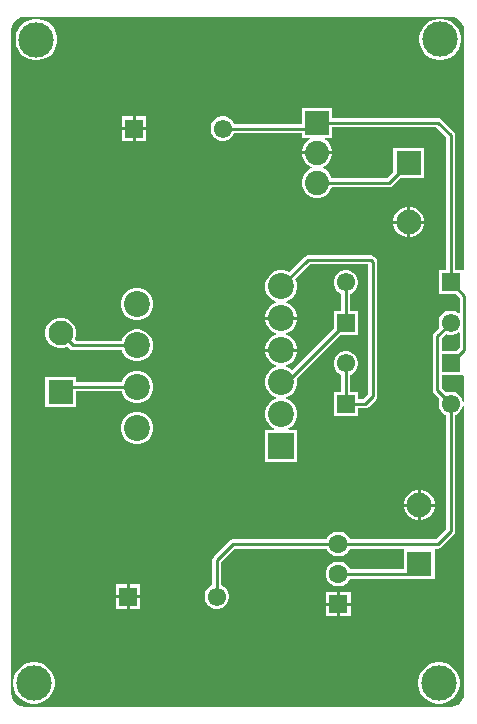
<source format=gtl>
G04*
G04 #@! TF.GenerationSoftware,Altium Limited,Altium Designer,24.5.2 (23)*
G04*
G04 Layer_Physical_Order=1*
G04 Layer_Color=255*
%FSLAX44Y44*%
%MOMM*%
G71*
G04*
G04 #@! TF.SameCoordinates,E433FD67-1584-4B15-B20B-D7A4E77B4FCA*
G04*
G04*
G04 #@! TF.FilePolarity,Positive*
G04*
G01*
G75*
%ADD15C,0.2540*%
%ADD19C,1.5500*%
%ADD20R,1.5500X1.5500*%
%ADD23C,2.0500*%
%ADD24R,2.0500X2.0500*%
%ADD27R,2.1000X2.1000*%
%ADD28C,2.1000*%
%ADD29C,3.0000*%
%ADD30R,2.2000X2.2000*%
%ADD31C,2.2000*%
%ADD32R,1.6000X1.6000*%
%ADD33C,1.6000*%
G36*
X1648871Y1058762D02*
X1651620Y1057623D01*
X1653981Y1055811D01*
X1655793Y1053450D01*
X1656932Y1050701D01*
X1657303Y1047887D01*
X1657275Y1047750D01*
Y845053D01*
X1656160Y844680D01*
Y844680D01*
X1649755D01*
Y958900D01*
X1649459Y960387D01*
X1648617Y961647D01*
X1637947Y972317D01*
X1636687Y973159D01*
X1635200Y973455D01*
X1545680D01*
Y982360D01*
X1520100D01*
Y968475D01*
X1462492D01*
X1462469Y968562D01*
X1461114Y970908D01*
X1459198Y972824D01*
X1456852Y974179D01*
X1454235Y974880D01*
X1451525D01*
X1448908Y974179D01*
X1446562Y972824D01*
X1444646Y970908D01*
X1443291Y968562D01*
X1442590Y965945D01*
Y963235D01*
X1443291Y960618D01*
X1444646Y958272D01*
X1446562Y956356D01*
X1448908Y955001D01*
X1451525Y954300D01*
X1454235D01*
X1456852Y955001D01*
X1459198Y956356D01*
X1461114Y958272D01*
X1462469Y960618D01*
X1462492Y960705D01*
X1520100D01*
Y956780D01*
X1526525D01*
X1526865Y955510D01*
X1525037Y954454D01*
X1522655Y952073D01*
X1520972Y949157D01*
X1520100Y945904D01*
Y945490D01*
X1545680D01*
Y945904D01*
X1544808Y949157D01*
X1543125Y952073D01*
X1540743Y954454D01*
X1538915Y955510D01*
X1539255Y956780D01*
X1545680D01*
Y965685D01*
X1633591D01*
X1641985Y957291D01*
Y844680D01*
X1635580D01*
Y824100D01*
X1650666D01*
X1653545Y821221D01*
Y808636D01*
X1652372Y808150D01*
X1652188Y808334D01*
X1649842Y809689D01*
X1647225Y810390D01*
X1644515D01*
X1641898Y809689D01*
X1639552Y808334D01*
X1637636Y806418D01*
X1636281Y804072D01*
X1635580Y801455D01*
Y798745D01*
X1636281Y796128D01*
X1636326Y796050D01*
X1631563Y791287D01*
X1630721Y790027D01*
X1630425Y788540D01*
Y743080D01*
X1630721Y741593D01*
X1631563Y740333D01*
X1636326Y735570D01*
X1636281Y735492D01*
X1635580Y732875D01*
Y730165D01*
X1636281Y727548D01*
X1637636Y725202D01*
X1639552Y723286D01*
X1641898Y721931D01*
X1641985Y721908D01*
Y625129D01*
X1633541Y616685D01*
X1560541D01*
X1560492Y616868D01*
X1559104Y619272D01*
X1557142Y621234D01*
X1554738Y622622D01*
X1552058Y623340D01*
X1549282D01*
X1546602Y622622D01*
X1544198Y621234D01*
X1542236Y619272D01*
X1540848Y616868D01*
X1540799Y616685D01*
X1461160D01*
X1459673Y616389D01*
X1458413Y615547D01*
X1445053Y602187D01*
X1444211Y600927D01*
X1443915Y599440D01*
Y577962D01*
X1443828Y577939D01*
X1441482Y576584D01*
X1439566Y574668D01*
X1438211Y572322D01*
X1437510Y569705D01*
Y566995D01*
X1438211Y564378D01*
X1439566Y562032D01*
X1441482Y560116D01*
X1443828Y558761D01*
X1446445Y558060D01*
X1449155D01*
X1451772Y558761D01*
X1454118Y560116D01*
X1456034Y562032D01*
X1457389Y564378D01*
X1458090Y566995D01*
Y569705D01*
X1457389Y572322D01*
X1456034Y574668D01*
X1454118Y576584D01*
X1451772Y577939D01*
X1451685Y577962D01*
Y597831D01*
X1462769Y608915D01*
X1540799D01*
X1540848Y608732D01*
X1542236Y606328D01*
X1544198Y604366D01*
X1546602Y602978D01*
X1549282Y602260D01*
X1552058D01*
X1554738Y602978D01*
X1557142Y604366D01*
X1559104Y606328D01*
X1560492Y608732D01*
X1560541Y608915D01*
X1604963D01*
X1606210Y608860D01*
X1606210Y607645D01*
Y591285D01*
X1560541D01*
X1560492Y591468D01*
X1559104Y593872D01*
X1557142Y595834D01*
X1554738Y597222D01*
X1552058Y597940D01*
X1549282D01*
X1546602Y597222D01*
X1544198Y595834D01*
X1542236Y593872D01*
X1540848Y591468D01*
X1540130Y588788D01*
Y586012D01*
X1540848Y583332D01*
X1542236Y580928D01*
X1544198Y578966D01*
X1546602Y577578D01*
X1549282Y576860D01*
X1552058D01*
X1554738Y577578D01*
X1557142Y578966D01*
X1559104Y580928D01*
X1560492Y583332D01*
X1560541Y583515D01*
X1606210D01*
Y582780D01*
X1632290D01*
Y607645D01*
X1632290Y608860D01*
X1633537Y608915D01*
X1635150D01*
X1636637Y609211D01*
X1637897Y610053D01*
X1648617Y620773D01*
X1649459Y622033D01*
X1649755Y623520D01*
Y721908D01*
X1649842Y721931D01*
X1652188Y723286D01*
X1654104Y725202D01*
X1655459Y727548D01*
X1656005Y729588D01*
X1657275Y729421D01*
Y486410D01*
X1657303Y486273D01*
X1656932Y483459D01*
X1655793Y480710D01*
X1653981Y478349D01*
X1651620Y476537D01*
X1648871Y475398D01*
X1646057Y475028D01*
X1645920Y475055D01*
X1285240D01*
X1285103Y475028D01*
X1282289Y475398D01*
X1279540Y476537D01*
X1277179Y478349D01*
X1275367Y480710D01*
X1274228Y483459D01*
X1273857Y486273D01*
X1273885Y486410D01*
Y1047750D01*
X1273857Y1047887D01*
X1274228Y1050701D01*
X1275367Y1053450D01*
X1277179Y1055811D01*
X1279540Y1057623D01*
X1282289Y1058762D01*
X1285103Y1059133D01*
X1285240Y1059105D01*
X1645920D01*
X1646057Y1059133D01*
X1648871Y1058762D01*
D02*
G37*
G36*
X1653545Y791564D02*
Y778979D01*
X1650666Y776100D01*
X1638195D01*
Y786931D01*
X1641820Y790556D01*
X1641898Y790511D01*
X1644515Y789810D01*
X1647225D01*
X1649842Y790511D01*
X1652188Y791866D01*
X1652372Y792050D01*
X1653545Y791564D01*
D02*
G37*
G36*
X1656160Y755520D02*
X1657275Y755147D01*
Y733619D01*
X1656005Y733452D01*
X1655459Y735492D01*
X1654104Y737838D01*
X1652188Y739754D01*
X1649842Y741109D01*
X1647225Y741810D01*
X1644515D01*
X1641898Y741109D01*
X1641820Y741064D01*
X1638195Y744689D01*
Y755520D01*
X1656160D01*
Y755520D01*
D02*
G37*
%LPC*%
G36*
X1638623Y1057540D02*
X1635168D01*
X1631779Y1056866D01*
X1628587Y1055544D01*
X1625714Y1053624D01*
X1623271Y1051181D01*
X1621351Y1048308D01*
X1620029Y1045116D01*
X1619355Y1041728D01*
Y1038272D01*
X1620029Y1034884D01*
X1621351Y1031692D01*
X1623271Y1028819D01*
X1625714Y1026376D01*
X1628587Y1024456D01*
X1631779Y1023134D01*
X1635168Y1022460D01*
X1638623D01*
X1642012Y1023134D01*
X1645204Y1024456D01*
X1648076Y1026376D01*
X1650520Y1028819D01*
X1652439Y1031692D01*
X1653761Y1034884D01*
X1654435Y1038272D01*
Y1041728D01*
X1653761Y1045116D01*
X1652439Y1048308D01*
X1650520Y1051181D01*
X1648076Y1053624D01*
X1645204Y1055544D01*
X1642012Y1056866D01*
X1638623Y1057540D01*
D02*
G37*
G36*
X1296788Y1057483D02*
X1293333D01*
X1289944Y1056809D01*
X1286752Y1055487D01*
X1283879Y1053567D01*
X1281436Y1051124D01*
X1279516Y1048251D01*
X1278194Y1045060D01*
X1277520Y1041671D01*
Y1038216D01*
X1278194Y1034827D01*
X1279516Y1031635D01*
X1281436Y1028762D01*
X1283879Y1026319D01*
X1286752Y1024399D01*
X1289944Y1023077D01*
X1293333Y1022403D01*
X1296788D01*
X1300176Y1023077D01*
X1303368Y1024399D01*
X1306241Y1026319D01*
X1308684Y1028762D01*
X1310604Y1031635D01*
X1311926Y1034827D01*
X1312600Y1038216D01*
Y1041671D01*
X1311926Y1045060D01*
X1310604Y1048251D01*
X1308684Y1051124D01*
X1306241Y1053567D01*
X1303368Y1055487D01*
X1300176Y1056809D01*
X1296788Y1057483D01*
D02*
G37*
G36*
X1388170Y974880D02*
X1379150D01*
Y965860D01*
X1388170D01*
Y974880D01*
D02*
G37*
G36*
X1376610D02*
X1367590D01*
Y965860D01*
X1376610D01*
Y974880D01*
D02*
G37*
G36*
X1388170Y963320D02*
X1379150D01*
Y954300D01*
X1388170D01*
Y963320D01*
D02*
G37*
G36*
X1376610D02*
X1367590D01*
Y954300D01*
X1376610D01*
Y963320D01*
D02*
G37*
G36*
X1623400Y948420D02*
X1597320D01*
Y927834D01*
X1592241Y922755D01*
X1545090D01*
X1544808Y923807D01*
X1543125Y926723D01*
X1540743Y929105D01*
X1537827Y930788D01*
X1537373Y930910D01*
Y932180D01*
X1537827Y932302D01*
X1540743Y933985D01*
X1543125Y936367D01*
X1544808Y939283D01*
X1545680Y942536D01*
Y942950D01*
X1520100D01*
Y942536D01*
X1520972Y939283D01*
X1522655Y936367D01*
X1525037Y933985D01*
X1527953Y932302D01*
X1528407Y932180D01*
Y930910D01*
X1527953Y930788D01*
X1525037Y929105D01*
X1522655Y926723D01*
X1520972Y923807D01*
X1520100Y920554D01*
Y917186D01*
X1520972Y913933D01*
X1522655Y911017D01*
X1525037Y908635D01*
X1527953Y906952D01*
X1531206Y906080D01*
X1534574D01*
X1537827Y906952D01*
X1540743Y908635D01*
X1543125Y911017D01*
X1544808Y913933D01*
X1545090Y914985D01*
X1593850D01*
X1595337Y915281D01*
X1596597Y916123D01*
X1602814Y922340D01*
X1623400D01*
Y948420D01*
D02*
G37*
G36*
X1612077Y898420D02*
X1611630D01*
Y886650D01*
X1623400D01*
Y887097D01*
X1622511Y890413D01*
X1620795Y893387D01*
X1618367Y895815D01*
X1615393Y897531D01*
X1612077Y898420D01*
D02*
G37*
G36*
X1609090D02*
X1608643D01*
X1605327Y897531D01*
X1602353Y895815D01*
X1599925Y893387D01*
X1598209Y890413D01*
X1597320Y887097D01*
Y886650D01*
X1609090D01*
Y898420D01*
D02*
G37*
G36*
X1623400Y884110D02*
X1611630D01*
Y872340D01*
X1612077D01*
X1615393Y873229D01*
X1618367Y874945D01*
X1620795Y877373D01*
X1622511Y880347D01*
X1623400Y883663D01*
Y884110D01*
D02*
G37*
G36*
X1609090D02*
X1597320D01*
Y883663D01*
X1598209Y880347D01*
X1599925Y877373D01*
X1602353Y874945D01*
X1605327Y873229D01*
X1608643Y872340D01*
X1609090D01*
Y884110D01*
D02*
G37*
G36*
X1382193Y829500D02*
X1378627D01*
X1375184Y828577D01*
X1372096Y826795D01*
X1369575Y824274D01*
X1367793Y821186D01*
X1366870Y817743D01*
Y814177D01*
X1367793Y810734D01*
X1369575Y807646D01*
X1372096Y805125D01*
X1375184Y803343D01*
X1378627Y802420D01*
X1382193D01*
X1385636Y803343D01*
X1388724Y805125D01*
X1391245Y807646D01*
X1393027Y810734D01*
X1393950Y814177D01*
Y817743D01*
X1393027Y821186D01*
X1391245Y824274D01*
X1388724Y826795D01*
X1385636Y828577D01*
X1382193Y829500D01*
D02*
G37*
G36*
X1515950Y802690D02*
X1502410D01*
X1488870D01*
Y802177D01*
X1489793Y798734D01*
X1491575Y795646D01*
X1494096Y793125D01*
X1497184Y791343D01*
X1498108Y791095D01*
Y789825D01*
X1497184Y789577D01*
X1494096Y787795D01*
X1491575Y785274D01*
X1489793Y782186D01*
X1488870Y778743D01*
Y778230D01*
X1502410D01*
X1515950D01*
Y778743D01*
X1515027Y782186D01*
X1513245Y785274D01*
X1510724Y787795D01*
X1507636Y789577D01*
X1506712Y789825D01*
Y791095D01*
X1507636Y791343D01*
X1510724Y793125D01*
X1513245Y795646D01*
X1515027Y798734D01*
X1515950Y802177D01*
Y802690D01*
D02*
G37*
G36*
X1317437Y804510D02*
X1314003D01*
X1310687Y803621D01*
X1307713Y801905D01*
X1305285Y799477D01*
X1303569Y796503D01*
X1302680Y793187D01*
Y789753D01*
X1303569Y786437D01*
X1305285Y783463D01*
X1307713Y781035D01*
X1310687Y779319D01*
X1314003Y778430D01*
X1317437D01*
X1320753Y779319D01*
X1321783Y779913D01*
X1323483Y778213D01*
X1324743Y777371D01*
X1326230Y777075D01*
X1367433D01*
X1367793Y775734D01*
X1369575Y772646D01*
X1372096Y770125D01*
X1375184Y768343D01*
X1378627Y767420D01*
X1382193D01*
X1385636Y768343D01*
X1388724Y770125D01*
X1391245Y772646D01*
X1393027Y775734D01*
X1393950Y779177D01*
Y782743D01*
X1393027Y786186D01*
X1391245Y789274D01*
X1388724Y791795D01*
X1385636Y793577D01*
X1382193Y794500D01*
X1378627D01*
X1375184Y793577D01*
X1372096Y791795D01*
X1369575Y789274D01*
X1367793Y786186D01*
X1367433Y784845D01*
X1328419D01*
X1327637Y786031D01*
X1327871Y786437D01*
X1328760Y789753D01*
Y793187D01*
X1327871Y796503D01*
X1326155Y799477D01*
X1323727Y801905D01*
X1320753Y803621D01*
X1317437Y804510D01*
D02*
G37*
G36*
X1558425Y844680D02*
X1555715D01*
X1553098Y843979D01*
X1550752Y842624D01*
X1548836Y840708D01*
X1547481Y838362D01*
X1546780Y835745D01*
Y833035D01*
X1547481Y830418D01*
X1548836Y828072D01*
X1550752Y826156D01*
X1553098Y824801D01*
X1553185Y824778D01*
Y810390D01*
X1546780D01*
Y795304D01*
X1511497Y760021D01*
X1510724Y760795D01*
X1507636Y762577D01*
X1506712Y762825D01*
Y764095D01*
X1507636Y764343D01*
X1510724Y766125D01*
X1513245Y768646D01*
X1515027Y771734D01*
X1515950Y775177D01*
Y775690D01*
X1502410D01*
X1488870D01*
Y775177D01*
X1489793Y771734D01*
X1491575Y768646D01*
X1494096Y766125D01*
X1497184Y764343D01*
X1498108Y764095D01*
Y762825D01*
X1497184Y762577D01*
X1494096Y760795D01*
X1491575Y758274D01*
X1489793Y755186D01*
X1488870Y751743D01*
Y748177D01*
X1489793Y744734D01*
X1491575Y741646D01*
X1494096Y739125D01*
X1497184Y737343D01*
X1498108Y737095D01*
Y735825D01*
X1497184Y735577D01*
X1494096Y733795D01*
X1491575Y731274D01*
X1489793Y728186D01*
X1488870Y724743D01*
Y721177D01*
X1489793Y717734D01*
X1491575Y714646D01*
X1494096Y712125D01*
X1496444Y710770D01*
X1496103Y709500D01*
X1488870D01*
Y682420D01*
X1515950D01*
Y709500D01*
X1508717D01*
X1508376Y710770D01*
X1510724Y712125D01*
X1513245Y714646D01*
X1515027Y717734D01*
X1515950Y721177D01*
Y724743D01*
X1515027Y728186D01*
X1513245Y731274D01*
X1510724Y733795D01*
X1507636Y735577D01*
X1506712Y735825D01*
Y737095D01*
X1507636Y737343D01*
X1510724Y739125D01*
X1513245Y741646D01*
X1515027Y744734D01*
X1515950Y748177D01*
Y751743D01*
X1515582Y753118D01*
X1552274Y789810D01*
X1567360D01*
Y810390D01*
X1560955D01*
Y824778D01*
X1561042Y824801D01*
X1563388Y826156D01*
X1565304Y828072D01*
X1566659Y830418D01*
X1567360Y833035D01*
Y835745D01*
X1566659Y838362D01*
X1565304Y840708D01*
X1563388Y842624D01*
X1561042Y843979D01*
X1558425Y844680D01*
D02*
G37*
G36*
X1382193Y759500D02*
X1378627D01*
X1375184Y758577D01*
X1372096Y756795D01*
X1369575Y754274D01*
X1367793Y751186D01*
X1367433Y749845D01*
X1328760D01*
Y754510D01*
X1302680D01*
Y728430D01*
X1328760D01*
Y742075D01*
X1367433D01*
X1367793Y740734D01*
X1369575Y737646D01*
X1372096Y735125D01*
X1375184Y733343D01*
X1378627Y732420D01*
X1382193D01*
X1385636Y733343D01*
X1388724Y735125D01*
X1391245Y737646D01*
X1393027Y740734D01*
X1393950Y744177D01*
Y747743D01*
X1393027Y751186D01*
X1391245Y754274D01*
X1388724Y756795D01*
X1385636Y758577D01*
X1382193Y759500D01*
D02*
G37*
G36*
X1578392Y857325D02*
X1524890D01*
X1523403Y857029D01*
X1522143Y856187D01*
X1508839Y842883D01*
X1507636Y843577D01*
X1504193Y844500D01*
X1500627D01*
X1497184Y843577D01*
X1494096Y841795D01*
X1491575Y839274D01*
X1489793Y836186D01*
X1488870Y832743D01*
Y829177D01*
X1489793Y825734D01*
X1491575Y822646D01*
X1494096Y820125D01*
X1497184Y818343D01*
X1498108Y818095D01*
Y816825D01*
X1497184Y816577D01*
X1494096Y814795D01*
X1491575Y812274D01*
X1489793Y809186D01*
X1488870Y805743D01*
Y805230D01*
X1502410D01*
X1515950D01*
Y805743D01*
X1515027Y809186D01*
X1513245Y812274D01*
X1510724Y814795D01*
X1507636Y816577D01*
X1506712Y816825D01*
Y818095D01*
X1507636Y818343D01*
X1510724Y820125D01*
X1513245Y822646D01*
X1515027Y825734D01*
X1515950Y829177D01*
Y832743D01*
X1515027Y836186D01*
X1514333Y837389D01*
X1526499Y849555D01*
X1575995D01*
Y739479D01*
X1571921Y735405D01*
X1567360D01*
Y741810D01*
X1560955D01*
Y756198D01*
X1561042Y756221D01*
X1563388Y757576D01*
X1565304Y759492D01*
X1566659Y761838D01*
X1567360Y764455D01*
Y767165D01*
X1566659Y769782D01*
X1565304Y772128D01*
X1563388Y774044D01*
X1561042Y775399D01*
X1558425Y776100D01*
X1555715D01*
X1553098Y775399D01*
X1550752Y774044D01*
X1548836Y772128D01*
X1547481Y769782D01*
X1546780Y767165D01*
Y764455D01*
X1547481Y761838D01*
X1548836Y759492D01*
X1550752Y757576D01*
X1553098Y756221D01*
X1553185Y756198D01*
Y741810D01*
X1546780D01*
Y721230D01*
X1567360D01*
Y727635D01*
X1573530D01*
X1575017Y727931D01*
X1576277Y728773D01*
X1582627Y735123D01*
X1583469Y736383D01*
X1583765Y737870D01*
Y851952D01*
X1583469Y853439D01*
X1582627Y854699D01*
X1581139Y856187D01*
X1579879Y857029D01*
X1578392Y857325D01*
D02*
G37*
G36*
X1382193Y724500D02*
X1378627D01*
X1375184Y723577D01*
X1372096Y721795D01*
X1369575Y719274D01*
X1367793Y716186D01*
X1366870Y712743D01*
Y709177D01*
X1367793Y705734D01*
X1369575Y702646D01*
X1372096Y700125D01*
X1375184Y698343D01*
X1378627Y697420D01*
X1382193D01*
X1385636Y698343D01*
X1388724Y700125D01*
X1391245Y702646D01*
X1393027Y705734D01*
X1393950Y709177D01*
Y712743D01*
X1393027Y716186D01*
X1391245Y719274D01*
X1388724Y721795D01*
X1385636Y723577D01*
X1382193Y724500D01*
D02*
G37*
G36*
X1620967Y658860D02*
X1620520D01*
Y647090D01*
X1632290D01*
Y647537D01*
X1631401Y650853D01*
X1629685Y653827D01*
X1627257Y656255D01*
X1624283Y657971D01*
X1620967Y658860D01*
D02*
G37*
G36*
X1617980D02*
X1617533D01*
X1614217Y657971D01*
X1611243Y656255D01*
X1608815Y653827D01*
X1607099Y650853D01*
X1606210Y647537D01*
Y647090D01*
X1617980D01*
Y658860D01*
D02*
G37*
G36*
X1632290Y644550D02*
X1620520D01*
Y632780D01*
X1620967D01*
X1624283Y633669D01*
X1627257Y635385D01*
X1629685Y637813D01*
X1631401Y640787D01*
X1632290Y644103D01*
Y644550D01*
D02*
G37*
G36*
X1617980D02*
X1606210D01*
Y644103D01*
X1607099Y640787D01*
X1608815Y637813D01*
X1611243Y635385D01*
X1614217Y633669D01*
X1617533Y632780D01*
X1617980D01*
Y644550D01*
D02*
G37*
G36*
X1383090Y578640D02*
X1374070D01*
Y569620D01*
X1383090D01*
Y578640D01*
D02*
G37*
G36*
X1371530D02*
X1362510D01*
Y569620D01*
X1371530D01*
Y578640D01*
D02*
G37*
G36*
X1561210Y572540D02*
X1551940D01*
Y563270D01*
X1561210D01*
Y572540D01*
D02*
G37*
G36*
X1549400D02*
X1540130D01*
Y563270D01*
X1549400D01*
Y572540D01*
D02*
G37*
G36*
X1383090Y567080D02*
X1374070D01*
Y558060D01*
X1383090D01*
Y567080D01*
D02*
G37*
G36*
X1371530D02*
X1362510D01*
Y558060D01*
X1371530D01*
Y567080D01*
D02*
G37*
G36*
X1561210Y560730D02*
X1551940D01*
Y551460D01*
X1561210D01*
Y560730D01*
D02*
G37*
G36*
X1549400D02*
X1540130D01*
Y551460D01*
X1549400D01*
Y560730D01*
D02*
G37*
G36*
X1637487Y512840D02*
X1634032D01*
X1630644Y512166D01*
X1627452Y510844D01*
X1624579Y508924D01*
X1622136Y506481D01*
X1620216Y503608D01*
X1618894Y500416D01*
X1618220Y497028D01*
Y493573D01*
X1618894Y490184D01*
X1620216Y486992D01*
X1622136Y484119D01*
X1624579Y481676D01*
X1627452Y479756D01*
X1630644Y478434D01*
X1634032Y477760D01*
X1637487D01*
X1640876Y478434D01*
X1644068Y479756D01*
X1646941Y481676D01*
X1649384Y484119D01*
X1651304Y486992D01*
X1652626Y490184D01*
X1653300Y493573D01*
Y497028D01*
X1652626Y500416D01*
X1651304Y503608D01*
X1649384Y506481D01*
X1646941Y508924D01*
X1644068Y510844D01*
X1640876Y512166D01*
X1637487Y512840D01*
D02*
G37*
G36*
X1294588D02*
X1291133D01*
X1287744Y512166D01*
X1284552Y510844D01*
X1281679Y508924D01*
X1279236Y506481D01*
X1277316Y503608D01*
X1275994Y500416D01*
X1275320Y497028D01*
Y493573D01*
X1275994Y490184D01*
X1277316Y486992D01*
X1279236Y484119D01*
X1281679Y481676D01*
X1284552Y479756D01*
X1287744Y478434D01*
X1291133Y477760D01*
X1294588D01*
X1297976Y478434D01*
X1301168Y479756D01*
X1304041Y481676D01*
X1306484Y484119D01*
X1308404Y486992D01*
X1309726Y490184D01*
X1310400Y493573D01*
Y497028D01*
X1309726Y500416D01*
X1308404Y503608D01*
X1306484Y506481D01*
X1304041Y508924D01*
X1301168Y510844D01*
X1297976Y512166D01*
X1294588Y512840D01*
D02*
G37*
%LPD*%
D15*
X1506930Y749960D02*
X1557070Y800100D01*
X1502410Y749960D02*
X1506930D01*
X1573530Y731520D02*
X1579880Y737870D01*
X1557070Y731520D02*
X1573530D01*
X1578392Y853440D02*
X1579880Y851952D01*
Y737870D02*
Y851952D01*
X1524890Y853440D02*
X1578392D01*
X1502410Y830960D02*
X1524890Y853440D01*
X1557070Y800100D02*
Y834390D01*
Y731520D02*
Y765810D01*
X1447800Y599440D02*
X1461160Y612800D01*
X1550670D01*
X1447800Y568350D02*
Y599440D01*
X1610830Y587400D02*
X1619250Y595820D01*
X1550670Y587400D02*
X1610830D01*
X1550670Y612800D02*
X1635150D01*
X1645870Y623520D01*
Y731520D01*
X1634310Y743080D02*
X1645870Y731520D01*
X1634310Y788540D02*
X1645870Y800100D01*
X1634310Y743080D02*
Y788540D01*
X1657430Y777370D02*
Y822830D01*
X1645870Y765810D02*
X1657430Y777370D01*
X1645870Y834390D02*
X1657430Y822830D01*
X1635200Y969570D02*
X1645870Y958900D01*
X1532890Y969570D02*
X1635200D01*
X1645870Y834390D02*
Y958900D01*
X1593850Y918870D02*
X1610360Y935380D01*
X1532890Y918870D02*
X1593850D01*
X1527910Y964590D02*
X1532890Y969570D01*
X1452880Y964590D02*
X1527910D01*
X1320210Y745960D02*
X1380410D01*
X1315720Y741470D02*
X1320210Y745960D01*
X1326230Y780960D02*
X1380410D01*
X1315720Y791470D02*
X1326230Y780960D01*
D19*
X1557070Y834390D02*
D03*
X1452880Y964590D02*
D03*
X1645870Y800100D02*
D03*
X1557070Y765810D02*
D03*
X1645870Y731520D02*
D03*
X1447800Y568350D02*
D03*
D20*
X1645870Y834390D02*
D03*
X1377880Y964590D02*
D03*
X1557070Y800100D02*
D03*
X1645870Y765810D02*
D03*
X1557070Y731520D02*
D03*
X1372800Y568350D02*
D03*
D23*
X1532890Y918870D02*
D03*
Y944220D02*
D03*
D24*
Y969570D02*
D03*
D27*
X1610360Y935380D02*
D03*
X1315720Y741470D02*
D03*
X1619250Y595820D02*
D03*
D28*
X1610360Y885380D02*
D03*
X1315720Y791470D02*
D03*
X1619250Y645820D02*
D03*
D29*
X1636895Y1040000D02*
D03*
X1295060Y1039943D02*
D03*
X1292860Y495300D02*
D03*
X1635760D02*
D03*
D30*
X1502410Y695960D02*
D03*
D31*
Y722960D02*
D03*
Y749960D02*
D03*
Y776960D02*
D03*
Y803960D02*
D03*
Y830960D02*
D03*
X1380410Y710960D02*
D03*
Y745960D02*
D03*
Y780960D02*
D03*
Y815960D02*
D03*
D32*
X1550670Y562000D02*
D03*
D33*
Y587400D02*
D03*
Y612800D02*
D03*
M02*

</source>
